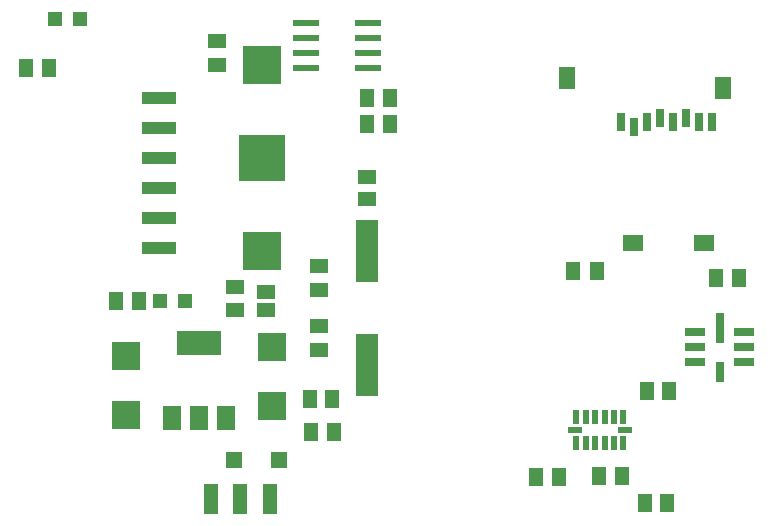
<source format=gtp>
G75*
G70*
%OFA0B0*%
%FSLAX24Y24*%
%IPPOS*%
%LPD*%
%AMOC8*
5,1,8,0,0,1.08239X$1,22.5*
%
%ADD10R,0.0760X0.2100*%
%ADD11R,0.0630X0.0512*%
%ADD12R,0.0512X0.0630*%
%ADD13R,0.1181X0.0394*%
%ADD14R,0.0197X0.0472*%
%ADD15R,0.0472X0.0197*%
%ADD16R,0.0472X0.0984*%
%ADD17R,0.0590X0.0790*%
%ADD18R,0.1500X0.0790*%
%ADD19R,0.0945X0.0945*%
%ADD20R,0.0472X0.0472*%
%ADD21R,0.0551X0.0748*%
%ADD22R,0.0709X0.0551*%
%ADD23R,0.0276X0.0591*%
%ADD24R,0.0512X0.0591*%
%ADD25R,0.0870X0.0240*%
%ADD26R,0.1560X0.1560*%
%ADD27R,0.1250X0.1250*%
%ADD28R,0.0591X0.0512*%
%ADD29R,0.0630X0.0460*%
%ADD30R,0.0551X0.0551*%
%ADD31R,0.0315X0.0984*%
%ADD32R,0.0315X0.0657*%
%ADD33R,0.0657X0.0315*%
D10*
X014159Y008505D03*
X014159Y012305D03*
D11*
X012534Y011799D03*
X012534Y011011D03*
X012534Y009799D03*
X012534Y009011D03*
X009754Y010330D03*
X009754Y011118D03*
X009159Y018511D03*
X009159Y019299D03*
D12*
X006533Y010655D03*
X005785Y010655D03*
X012248Y007369D03*
X012996Y007369D03*
X013033Y006280D03*
X012285Y006280D03*
X019785Y004780D03*
X020533Y004780D03*
X021872Y004799D03*
X022659Y004799D03*
X023410Y003905D03*
X024158Y003905D03*
X025785Y011405D03*
X026533Y011405D03*
X021803Y011655D03*
X021015Y011655D03*
D13*
X007202Y012405D03*
X007202Y013405D03*
X007202Y014405D03*
X007202Y015405D03*
X007202Y016405D03*
X007202Y017405D03*
D14*
X021122Y006776D03*
X021437Y006776D03*
X021752Y006776D03*
X022067Y006776D03*
X022381Y006776D03*
X022696Y006776D03*
X022696Y005910D03*
X022381Y005910D03*
X022067Y005910D03*
X021752Y005910D03*
X021437Y005910D03*
X021122Y005910D03*
D15*
X021082Y006343D03*
X022736Y006343D03*
D16*
X008935Y004051D03*
X009919Y004051D03*
X010903Y004051D03*
D17*
X009443Y006752D03*
X008543Y006752D03*
X007643Y006752D03*
D18*
X008533Y009232D03*
D19*
X006108Y008807D03*
X006108Y006838D03*
X010998Y007145D03*
X010998Y009114D03*
D20*
X008072Y010655D03*
X007246Y010655D03*
X004572Y020030D03*
X003746Y020030D03*
D21*
X020805Y018090D03*
X026002Y017736D03*
D22*
X025372Y012578D03*
X023009Y012578D03*
D23*
X023049Y016437D03*
X023482Y016594D03*
X023915Y016752D03*
X024348Y016594D03*
X024781Y016752D03*
X025214Y016594D03*
X025647Y016594D03*
X022616Y016594D03*
D24*
X014908Y016530D03*
X014160Y016530D03*
X014160Y017405D03*
X014908Y017405D03*
X003533Y018405D03*
X002785Y018405D03*
X023473Y007655D03*
X024221Y007655D03*
D25*
X014189Y018405D03*
X014189Y018905D03*
X014189Y019405D03*
X014189Y019905D03*
X012129Y019905D03*
X012129Y019405D03*
X012129Y018905D03*
X012129Y018405D03*
D26*
X010659Y015405D03*
D27*
X010659Y018505D03*
X010659Y012305D03*
D28*
X014159Y014031D03*
X014159Y014779D03*
D29*
X010784Y010955D03*
X010784Y010355D03*
D30*
X011220Y005343D03*
X009724Y005343D03*
D31*
X025909Y009742D03*
D32*
X025909Y008280D03*
D33*
X025096Y008593D03*
X025096Y009093D03*
X025096Y009593D03*
X026722Y009593D03*
X026722Y009093D03*
X026722Y008593D03*
M02*

</source>
